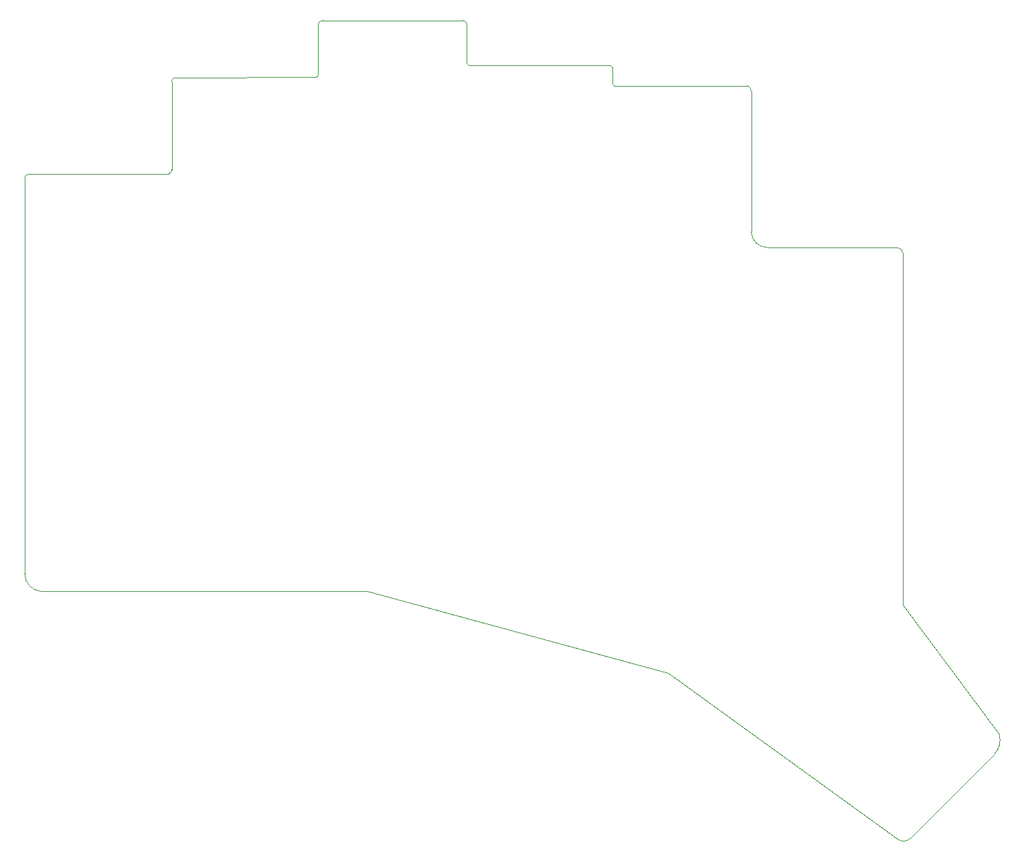
<source format=gbr>
%TF.GenerationSoftware,KiCad,Pcbnew,(6.0.2-0)*%
%TF.CreationDate,2022-03-03T20:02:49-06:00*%
%TF.ProjectId,Exkeylibur,45786b65-796c-4696-9275-722e6b696361,rev?*%
%TF.SameCoordinates,Original*%
%TF.FileFunction,Profile,NP*%
%FSLAX46Y46*%
G04 Gerber Fmt 4.6, Leading zero omitted, Abs format (unit mm)*
G04 Created by KiCad (PCBNEW (6.0.2-0)) date 2022-03-03 20:02:49*
%MOMM*%
%LPD*%
G01*
G04 APERTURE LIST*
%TA.AperFunction,Profile*%
%ADD10C,0.050000*%
%TD*%
G04 APERTURE END LIST*
D10*
X21155149Y-72787425D02*
X21155149Y-89846425D01*
X110531159Y-47763999D02*
X110531203Y-30439419D01*
X110531160Y-47763999D02*
G75*
G03*
X112566160Y-49694917I2000000J70001D01*
G01*
X129221158Y-50442000D02*
G75*
G03*
X128471158Y-49692000I-750000J0D01*
G01*
X21155149Y-89846425D02*
G75*
G03*
X23155149Y-92036425I2161450J-34315D01*
G01*
X110531203Y-30439419D02*
G75*
G03*
X110065149Y-29758889I-729878J2D01*
G01*
X112566160Y-49694917D02*
X128471158Y-49692000D01*
X129221158Y-58420000D02*
X129221158Y-66548000D01*
X129221158Y-50442000D02*
X129221158Y-58420000D01*
X21135144Y-41101425D02*
X21135153Y-53991425D01*
X129221158Y-66548000D02*
X129221158Y-88656425D01*
X21155149Y-53991425D02*
X21155149Y-72787425D01*
X93505149Y-27616425D02*
X93505149Y-29566425D01*
X38855149Y-40636425D02*
G75*
G03*
X39235149Y-40106425I-144397J504756D01*
G01*
X57765149Y-21726161D02*
X75102303Y-21726161D01*
X39105149Y-92046425D02*
X23155149Y-92036425D01*
X57765149Y-21726161D02*
G75*
G03*
X57245149Y-22296425I49037J-566930D01*
G01*
X21695149Y-40646425D02*
G75*
G03*
X21135144Y-41101425I-19384J-548264D01*
G01*
X93505149Y-27616425D02*
G75*
G03*
X93065149Y-27246425I-460869J-101439D01*
G01*
X39705149Y-28736161D02*
G75*
G03*
X39235149Y-29256425I44364J-512506D01*
G01*
X63355149Y-92026425D02*
X100295149Y-102056425D01*
X39705149Y-28736161D02*
X57035149Y-28726425D01*
X57035149Y-28726426D02*
G75*
G03*
X57245149Y-28436425I-42225J251612D01*
G01*
X130105149Y-122456425D02*
X140425149Y-112106425D01*
X75545149Y-27036425D02*
G75*
G03*
X75745149Y-27246425I258598J46045D01*
G01*
X129221158Y-88656425D02*
X129221158Y-93736425D01*
X39105149Y-92046425D02*
X63355149Y-92026425D01*
X39235149Y-29256425D02*
X39235149Y-40106425D01*
X100295149Y-102056425D02*
X128575149Y-122576425D01*
X21695149Y-40646425D02*
X38835149Y-40636425D01*
X140425149Y-112096425D02*
G75*
G03*
X141045149Y-109646425I-1723736J1739660D01*
G01*
X75545149Y-22116425D02*
X75545149Y-27036425D01*
X57245149Y-22296425D02*
X57245149Y-28436425D01*
X75745149Y-27246425D02*
X93065149Y-27246425D01*
X128575149Y-122576425D02*
G75*
G03*
X130115149Y-122446425I697988J918066D01*
G01*
X93505150Y-29566425D02*
G75*
G03*
X93655149Y-29756425I201105J4557D01*
G01*
X75545149Y-22116425D02*
G75*
G03*
X75102303Y-21726161I-463650J-79731D01*
G01*
X129221158Y-93736425D02*
X141045149Y-109646425D01*
X93655149Y-29758889D02*
X110065149Y-29758889D01*
M02*

</source>
